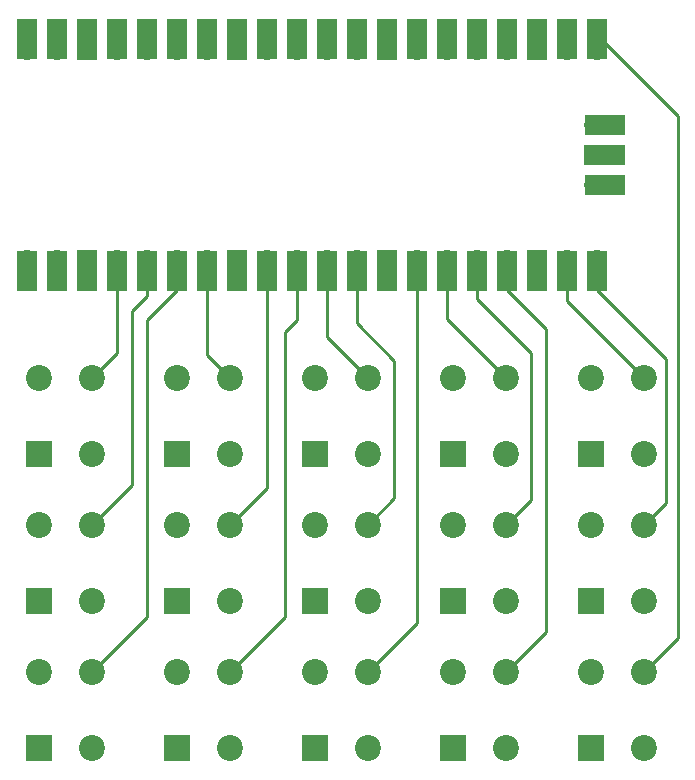
<source format=gtl>
%TF.GenerationSoftware,KiCad,Pcbnew,(6.0.7)*%
%TF.CreationDate,2022-10-18T19:39:03+02:00*%
%TF.ProjectId,15_button_controller,31355f62-7574-4746-9f6e-5f636f6e7472,rev?*%
%TF.SameCoordinates,Original*%
%TF.FileFunction,Copper,L1,Top*%
%TF.FilePolarity,Positive*%
%FSLAX46Y46*%
G04 Gerber Fmt 4.6, Leading zero omitted, Abs format (unit mm)*
G04 Created by KiCad (PCBNEW (6.0.7)) date 2022-10-18 19:39:03*
%MOMM*%
%LPD*%
G01*
G04 APERTURE LIST*
%TA.AperFunction,ComponentPad*%
%ADD10R,2.200000X2.200000*%
%TD*%
%TA.AperFunction,ComponentPad*%
%ADD11C,2.200000*%
%TD*%
%TA.AperFunction,ComponentPad*%
%ADD12O,1.700000X1.700000*%
%TD*%
%TA.AperFunction,SMDPad,CuDef*%
%ADD13R,1.700000X3.500000*%
%TD*%
%TA.AperFunction,ComponentPad*%
%ADD14R,1.700000X1.700000*%
%TD*%
%TA.AperFunction,SMDPad,CuDef*%
%ADD15R,3.500000X1.700000*%
%TD*%
%TA.AperFunction,Conductor*%
%ADD16C,0.250000*%
%TD*%
G04 APERTURE END LIST*
D10*
%TO.P,S3,1*%
%TO.N,Net-(S1-Pad1)*%
X89154000Y-122630000D03*
D11*
%TO.P,S3,2*%
%TO.N,Net-(S3-Pad2)*%
X89154000Y-116130000D03*
%TO.P,S3,3*%
%TO.N,unconnected-(S3-Pad3)*%
X93654000Y-122630000D03*
%TO.P,S3,4*%
%TO.N,Net-(S3-Pad4)*%
X93654000Y-116130000D03*
%TD*%
D10*
%TO.P,S10,1*%
%TO.N,Net-(S10-Pad1)*%
X112522000Y-110184000D03*
D11*
%TO.P,S10,2*%
%TO.N,Net-(S10-Pad2)*%
X112522000Y-103684000D03*
%TO.P,S10,3*%
%TO.N,unconnected-(S10-Pad3)*%
X117022000Y-110184000D03*
%TO.P,S10,4*%
%TO.N,Net-(S10-Pad4)*%
X117022000Y-103684000D03*
%TD*%
D10*
%TO.P,S4,1*%
%TO.N,Net-(S1-Pad1)*%
X100838000Y-122630000D03*
D11*
%TO.P,S4,2*%
%TO.N,Net-(S4-Pad2)*%
X100838000Y-116130000D03*
%TO.P,S4,3*%
%TO.N,unconnected-(S4-Pad3)*%
X105338000Y-122630000D03*
%TO.P,S4,4*%
%TO.N,Net-(S4-Pad4)*%
X105338000Y-116130000D03*
%TD*%
D10*
%TO.P,S8,1*%
%TO.N,Net-(S3-Pad2)*%
X89154000Y-110184000D03*
D11*
%TO.P,S8,2*%
%TO.N,Net-(S13-Pad1)*%
X89154000Y-103684000D03*
%TO.P,S8,3*%
%TO.N,unconnected-(S8-Pad3)*%
X93654000Y-110184000D03*
%TO.P,S8,4*%
%TO.N,Net-(S8-Pad4)*%
X93654000Y-103684000D03*
%TD*%
D10*
%TO.P,S11,1*%
%TO.N,Net-(S11-Pad1)*%
X65786000Y-97738000D03*
D11*
%TO.P,S11,2*%
%TO.N,Net-(S11-Pad2)*%
X65786000Y-91238000D03*
%TO.P,S11,3*%
%TO.N,unconnected-(S11-Pad3)*%
X70286000Y-97738000D03*
%TO.P,S11,4*%
%TO.N,Net-(S11-Pad4)*%
X70286000Y-91238000D03*
%TD*%
D10*
%TO.P,S2,1*%
%TO.N,Net-(S1-Pad1)*%
X77470000Y-122630000D03*
D11*
%TO.P,S2,2*%
%TO.N,Net-(S2-Pad2)*%
X77470000Y-116130000D03*
%TO.P,S2,3*%
%TO.N,unconnected-(S2-Pad3)*%
X81970000Y-122630000D03*
%TO.P,S2,4*%
%TO.N,Net-(S2-Pad4)*%
X81970000Y-116130000D03*
%TD*%
D10*
%TO.P,S15,1*%
%TO.N,Net-(S10-Pad2)*%
X112522000Y-97738000D03*
D11*
%TO.P,S15,2*%
%TO.N,unconnected-(S15-Pad2)*%
X112522000Y-91238000D03*
%TO.P,S15,3*%
%TO.N,unconnected-(S15-Pad3)*%
X117022000Y-97738000D03*
%TO.P,S15,4*%
%TO.N,Net-(S15-Pad4)*%
X117022000Y-91238000D03*
%TD*%
D10*
%TO.P,S14,1*%
%TO.N,Net-(S14-Pad1)*%
X100838000Y-97738000D03*
D11*
%TO.P,S14,2*%
%TO.N,unconnected-(S14-Pad2)*%
X100838000Y-91238000D03*
%TO.P,S14,3*%
%TO.N,unconnected-(S14-Pad3)*%
X105338000Y-97738000D03*
%TO.P,S14,4*%
%TO.N,Net-(S14-Pad4)*%
X105338000Y-91238000D03*
%TD*%
D10*
%TO.P,S9,1*%
%TO.N,Net-(S4-Pad2)*%
X100838000Y-110184000D03*
D11*
%TO.P,S9,2*%
%TO.N,Net-(S14-Pad1)*%
X100838000Y-103684000D03*
%TO.P,S9,3*%
%TO.N,unconnected-(S9-Pad3)*%
X105338000Y-110184000D03*
%TO.P,S9,4*%
%TO.N,Net-(S9-Pad4)*%
X105338000Y-103684000D03*
%TD*%
D10*
%TO.P,S7,1*%
%TO.N,Net-(S2-Pad2)*%
X77470000Y-110184000D03*
D11*
%TO.P,S7,2*%
%TO.N,Net-(S12-Pad1)*%
X77470000Y-103684000D03*
%TO.P,S7,3*%
%TO.N,unconnected-(S7-Pad3)*%
X81970000Y-110184000D03*
%TO.P,S7,4*%
%TO.N,Net-(S7-Pad4)*%
X81970000Y-103684000D03*
%TD*%
D10*
%TO.P,S12,1*%
%TO.N,Net-(S12-Pad1)*%
X77470000Y-97738000D03*
D11*
%TO.P,S12,2*%
%TO.N,unconnected-(S12-Pad2)*%
X77470000Y-91238000D03*
%TO.P,S12,3*%
%TO.N,unconnected-(S12-Pad3)*%
X81970000Y-97738000D03*
%TO.P,S12,4*%
%TO.N,Net-(S12-Pad4)*%
X81970000Y-91238000D03*
%TD*%
D12*
%TO.P,U1,1,GPIO0*%
%TO.N,unconnected-(U1-Pad1)*%
X64770000Y-81280000D03*
D13*
X64770000Y-82180000D03*
%TO.P,U1,2,GPIO1*%
%TO.N,unconnected-(U1-Pad2)*%
X67310000Y-82180000D03*
D12*
X67310000Y-81280000D03*
D13*
%TO.P,U1,3,GND*%
%TO.N,unconnected-(U1-Pad3)*%
X69850000Y-82180000D03*
D14*
X69850000Y-81280000D03*
D12*
%TO.P,U1,4,GPIO2*%
%TO.N,Net-(S11-Pad4)*%
X72390000Y-81280000D03*
D13*
X72390000Y-82180000D03*
D12*
%TO.P,U1,5,GPIO3*%
%TO.N,Net-(S6-Pad4)*%
X74930000Y-81280000D03*
D13*
X74930000Y-82180000D03*
%TO.P,U1,6,GPIO4*%
%TO.N,Net-(S1-Pad4)*%
X77470000Y-82180000D03*
D12*
X77470000Y-81280000D03*
D13*
%TO.P,U1,7,GPIO5*%
%TO.N,Net-(S12-Pad4)*%
X80010000Y-82180000D03*
D12*
X80010000Y-81280000D03*
D14*
%TO.P,U1,8,GND*%
%TO.N,unconnected-(U1-Pad8)*%
X82550000Y-81280000D03*
D13*
X82550000Y-82180000D03*
%TO.P,U1,9,GPIO6*%
%TO.N,Net-(S7-Pad4)*%
X85090000Y-82180000D03*
D12*
X85090000Y-81280000D03*
%TO.P,U1,10,GPIO7*%
%TO.N,Net-(S2-Pad4)*%
X87630000Y-81280000D03*
D13*
X87630000Y-82180000D03*
D12*
%TO.P,U1,11,GPIO8*%
%TO.N,Net-(S13-Pad4)*%
X90170000Y-81280000D03*
D13*
X90170000Y-82180000D03*
D12*
%TO.P,U1,12,GPIO9*%
%TO.N,Net-(S8-Pad4)*%
X92710000Y-81280000D03*
D13*
X92710000Y-82180000D03*
%TO.P,U1,13,GND*%
%TO.N,unconnected-(U1-Pad13)*%
X95250000Y-82180000D03*
D14*
X95250000Y-81280000D03*
D12*
%TO.P,U1,14,GPIO10*%
%TO.N,Net-(S3-Pad4)*%
X97790000Y-81280000D03*
D13*
X97790000Y-82180000D03*
D12*
%TO.P,U1,15,GPIO11*%
%TO.N,Net-(S14-Pad4)*%
X100330000Y-81280000D03*
D13*
X100330000Y-82180000D03*
D12*
%TO.P,U1,16,GPIO12*%
%TO.N,Net-(S9-Pad4)*%
X102870000Y-81280000D03*
D13*
X102870000Y-82180000D03*
%TO.P,U1,17,GPIO13*%
%TO.N,Net-(S4-Pad4)*%
X105410000Y-82180000D03*
D12*
X105410000Y-81280000D03*
D13*
%TO.P,U1,18,GND*%
%TO.N,unconnected-(U1-Pad18)*%
X107950000Y-82180000D03*
D14*
X107950000Y-81280000D03*
D12*
%TO.P,U1,19,GPIO14*%
%TO.N,Net-(S15-Pad4)*%
X110490000Y-81280000D03*
D13*
X110490000Y-82180000D03*
%TO.P,U1,20,GPIO15*%
%TO.N,Net-(S10-Pad4)*%
X113030000Y-82180000D03*
D12*
X113030000Y-81280000D03*
%TO.P,U1,21,GPIO16*%
%TO.N,Net-(S5-Pad4)*%
X113030000Y-63500000D03*
D13*
X113030000Y-62600000D03*
D12*
%TO.P,U1,22,GPIO17*%
%TO.N,unconnected-(U1-Pad22)*%
X110490000Y-63500000D03*
D13*
X110490000Y-62600000D03*
D14*
%TO.P,U1,23,GND*%
%TO.N,unconnected-(U1-Pad23)*%
X107950000Y-63500000D03*
D13*
X107950000Y-62600000D03*
D12*
%TO.P,U1,24,GPIO18*%
%TO.N,unconnected-(U1-Pad24)*%
X105410000Y-63500000D03*
D13*
X105410000Y-62600000D03*
D12*
%TO.P,U1,25,GPIO19*%
%TO.N,unconnected-(U1-Pad25)*%
X102870000Y-63500000D03*
D13*
X102870000Y-62600000D03*
%TO.P,U1,26,GPIO20*%
%TO.N,unconnected-(U1-Pad26)*%
X100330000Y-62600000D03*
D12*
X100330000Y-63500000D03*
D13*
%TO.P,U1,27,GPIO21*%
%TO.N,unconnected-(U1-Pad27)*%
X97790000Y-62600000D03*
D12*
X97790000Y-63500000D03*
D14*
%TO.P,U1,28,GND*%
%TO.N,unconnected-(U1-Pad28)*%
X95250000Y-63500000D03*
D13*
X95250000Y-62600000D03*
%TO.P,U1,29,GPIO22*%
%TO.N,unconnected-(U1-Pad29)*%
X92710000Y-62600000D03*
D12*
X92710000Y-63500000D03*
%TO.P,U1,30,RUN*%
%TO.N,unconnected-(U1-Pad30)*%
X90170000Y-63500000D03*
D13*
X90170000Y-62600000D03*
%TO.P,U1,31,GPIO26_ADC0*%
%TO.N,unconnected-(U1-Pad31)*%
X87630000Y-62600000D03*
D12*
X87630000Y-63500000D03*
D13*
%TO.P,U1,32,GPIO27_ADC1*%
%TO.N,unconnected-(U1-Pad32)*%
X85090000Y-62600000D03*
D12*
X85090000Y-63500000D03*
D14*
%TO.P,U1,33,AGND*%
%TO.N,unconnected-(U1-Pad33)*%
X82550000Y-63500000D03*
D13*
X82550000Y-62600000D03*
%TO.P,U1,34,GPIO28_ADC2*%
%TO.N,unconnected-(U1-Pad34)*%
X80010000Y-62600000D03*
D12*
X80010000Y-63500000D03*
%TO.P,U1,35,ADC_VREF*%
%TO.N,unconnected-(U1-Pad35)*%
X77470000Y-63500000D03*
D13*
X77470000Y-62600000D03*
D12*
%TO.P,U1,36,3V3*%
%TO.N,Net-(S11-Pad2)*%
X74930000Y-63500000D03*
D13*
X74930000Y-62600000D03*
D12*
%TO.P,U1,37,3V3_EN*%
%TO.N,unconnected-(U1-Pad37)*%
X72390000Y-63500000D03*
D13*
X72390000Y-62600000D03*
D14*
%TO.P,U1,38,GND*%
%TO.N,unconnected-(U1-Pad38)*%
X69850000Y-63500000D03*
D13*
X69850000Y-62600000D03*
D12*
%TO.P,U1,39,VSYS*%
%TO.N,unconnected-(U1-Pad39)*%
X67310000Y-63500000D03*
D13*
X67310000Y-62600000D03*
%TO.P,U1,40,VBUS*%
%TO.N,unconnected-(U1-Pad40)*%
X64770000Y-62600000D03*
D12*
X64770000Y-63500000D03*
D15*
%TO.P,U1,41,SWCLK*%
%TO.N,unconnected-(U1-Pad41)*%
X113700000Y-74930000D03*
D12*
X112800000Y-74930000D03*
D14*
%TO.P,U1,42,GND*%
%TO.N,unconnected-(U1-Pad42)*%
X112800000Y-72390000D03*
D15*
X113700000Y-72390000D03*
D12*
%TO.P,U1,43,SWDIO*%
%TO.N,unconnected-(U1-Pad43)*%
X112800000Y-69850000D03*
D15*
X113700000Y-69850000D03*
%TD*%
D10*
%TO.P,S6,1*%
%TO.N,Net-(S1-Pad2)*%
X65786000Y-110184000D03*
D11*
%TO.P,S6,2*%
%TO.N,Net-(S11-Pad1)*%
X65786000Y-103684000D03*
%TO.P,S6,3*%
%TO.N,unconnected-(S6-Pad3)*%
X70286000Y-110184000D03*
%TO.P,S6,4*%
%TO.N,Net-(S6-Pad4)*%
X70286000Y-103684000D03*
%TD*%
D10*
%TO.P,S13,1*%
%TO.N,Net-(S13-Pad1)*%
X89154000Y-97738000D03*
D11*
%TO.P,S13,2*%
%TO.N,unconnected-(S13-Pad2)*%
X89154000Y-91238000D03*
%TO.P,S13,3*%
%TO.N,unconnected-(S13-Pad3)*%
X93654000Y-97738000D03*
%TO.P,S13,4*%
%TO.N,Net-(S13-Pad4)*%
X93654000Y-91238000D03*
%TD*%
D10*
%TO.P,S1,1*%
%TO.N,Net-(S1-Pad1)*%
X65786000Y-122630000D03*
D11*
%TO.P,S1,2*%
%TO.N,Net-(S1-Pad2)*%
X65786000Y-116130000D03*
%TO.P,S1,3*%
%TO.N,unconnected-(S1-Pad3)*%
X70286000Y-122630000D03*
%TO.P,S1,4*%
%TO.N,Net-(S1-Pad4)*%
X70286000Y-116130000D03*
%TD*%
D10*
%TO.P,S5,1*%
%TO.N,Net-(S1-Pad1)*%
X112522000Y-122630000D03*
D11*
%TO.P,S5,2*%
%TO.N,Net-(S10-Pad1)*%
X112522000Y-116130000D03*
%TO.P,S5,3*%
%TO.N,unconnected-(S5-Pad3)*%
X117022000Y-122630000D03*
%TO.P,S5,4*%
%TO.N,Net-(S5-Pad4)*%
X117022000Y-116130000D03*
%TD*%
D16*
%TO.N,Net-(S1-Pad4)*%
X74930000Y-86360000D02*
X74930000Y-111486000D01*
X77470000Y-83820000D02*
X74930000Y-86360000D01*
X74930000Y-111486000D02*
X70286000Y-116130000D01*
%TO.N,Net-(S2-Pad4)*%
X86614000Y-111486000D02*
X86614000Y-87376000D01*
X86614000Y-87376000D02*
X87630000Y-86360000D01*
X87630000Y-86360000D02*
X87630000Y-81280000D01*
X81970000Y-116130000D02*
X86614000Y-111486000D01*
%TO.N,Net-(S3-Pad4)*%
X97790000Y-111994000D02*
X93654000Y-116130000D01*
X97790000Y-111994000D02*
X97790000Y-81280000D01*
%TO.N,Net-(S4-Pad4)*%
X108712000Y-112756000D02*
X105338000Y-116130000D01*
X108712000Y-87122000D02*
X108712000Y-112756000D01*
X105410000Y-83820000D02*
X108712000Y-87122000D01*
%TO.N,Net-(S5-Pad4)*%
X119888000Y-69088000D02*
X119888000Y-113264000D01*
X113030000Y-62230000D02*
X119888000Y-69088000D01*
X119888000Y-113264000D02*
X117022000Y-116130000D01*
%TO.N,Net-(S6-Pad4)*%
X73660000Y-100310000D02*
X70286000Y-103684000D01*
X73660000Y-85598000D02*
X73660000Y-100310000D01*
X74930000Y-84328000D02*
X74930000Y-81280000D01*
X74930000Y-84328000D02*
X73660000Y-85598000D01*
%TO.N,Net-(S7-Pad4)*%
X85090000Y-100564000D02*
X85090000Y-81280000D01*
X85090000Y-100564000D02*
X81970000Y-103684000D01*
%TO.N,Net-(S8-Pad4)*%
X95885000Y-89789000D02*
X95885000Y-101453000D01*
X92710000Y-86614000D02*
X95885000Y-89789000D01*
X92710000Y-86614000D02*
X92710000Y-81280000D01*
X95885000Y-101453000D02*
X93654000Y-103684000D01*
%TO.N,Net-(S9-Pad4)*%
X107442000Y-101580000D02*
X105338000Y-103684000D01*
X102870000Y-84582000D02*
X102870000Y-81280000D01*
X102870000Y-84582000D02*
X107442000Y-89154000D01*
X107442000Y-89154000D02*
X107442000Y-101580000D01*
%TO.N,Net-(S10-Pad4)*%
X118872000Y-101834000D02*
X117022000Y-103684000D01*
X113030000Y-83820000D02*
X118872000Y-89662000D01*
X118872000Y-89662000D02*
X118872000Y-101834000D01*
%TO.N,Net-(S11-Pad4)*%
X72390000Y-89134000D02*
X72390000Y-81280000D01*
X72390000Y-89134000D02*
X70286000Y-91238000D01*
%TO.N,Net-(S12-Pad4)*%
X80010000Y-89278000D02*
X80010000Y-81280000D01*
X80010000Y-89278000D02*
X81970000Y-91238000D01*
%TO.N,Net-(S13-Pad4)*%
X90170000Y-87754000D02*
X93654000Y-91238000D01*
X90170000Y-87754000D02*
X90170000Y-81280000D01*
%TO.N,Net-(S14-Pad4)*%
X100330000Y-86230000D02*
X100330000Y-81280000D01*
X100330000Y-86230000D02*
X105338000Y-91238000D01*
%TO.N,Net-(S15-Pad4)*%
X110490000Y-84706000D02*
X117022000Y-91238000D01*
X110490000Y-84706000D02*
X110490000Y-81280000D01*
%TD*%
M02*

</source>
